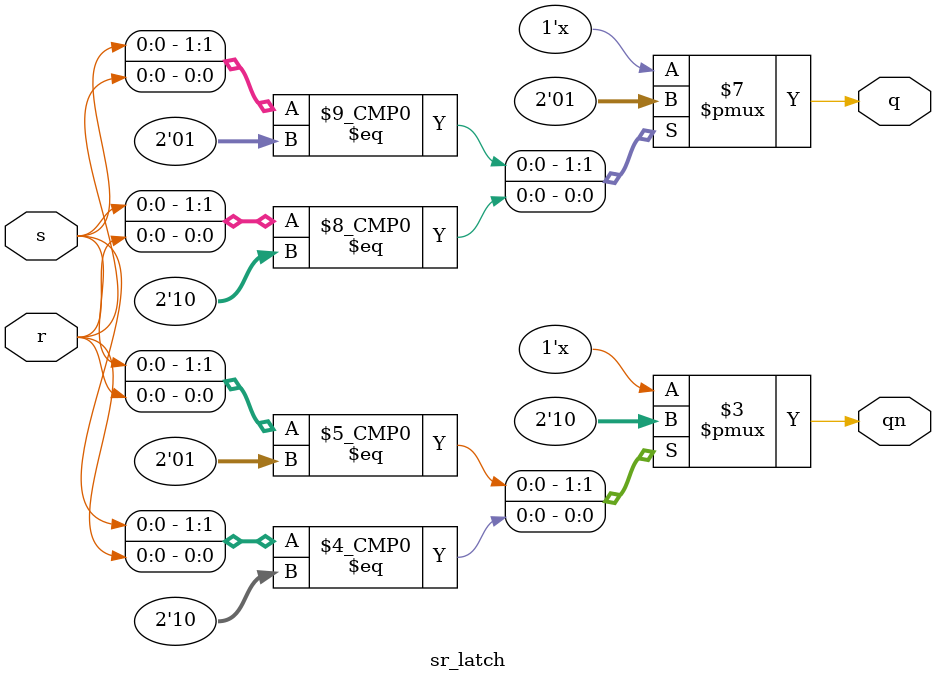
<source format=v>
module sr_latch ( // NOR gate implementation
    input s,
    input r,
    output reg q,
    output reg qn
);

    always @(*) begin
        case ({s, r})
            2'b00: begin // no change [S=0, R=0 | Q=Q, Qn=Qn]
                q <= q;
                qn <= qn;
            end
            2'b01: begin // reset [S=0, R=1 | Q=0, Qn=1]
                q <= 0;
                qn <= 1;
            end
            2'b10: begin // set [S=1, R=0 | Q=1, Qn=0]
                q <= 1;
                qn <= 0;
            end
            2'b11: begin // invalid state [S=1, R=1 | Q=X, Qn=X]
                q <= 1'bx;
                qn <= 1'bx;
            end
        endcase
    end

endmodule
</source>
